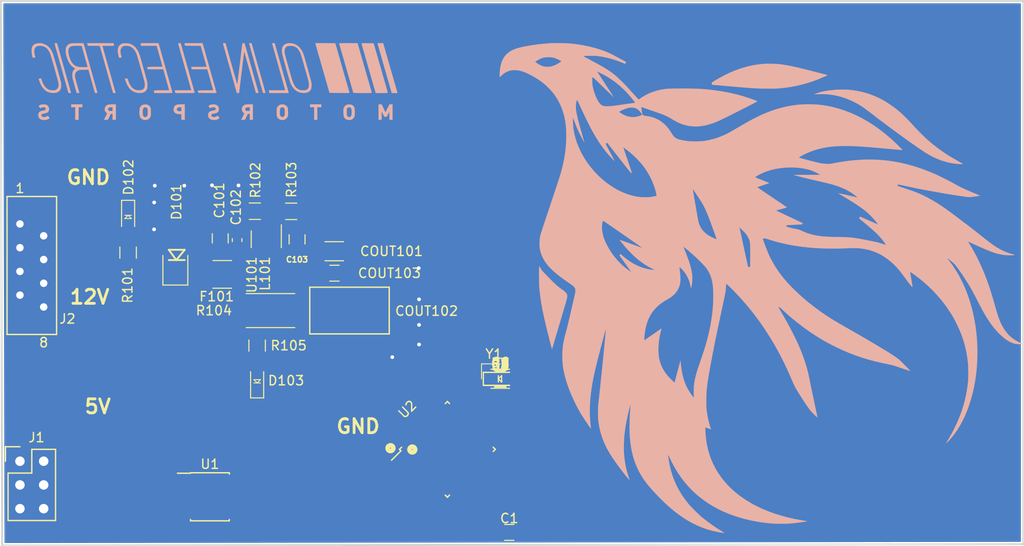
<source format=kicad_pcb>
(kicad_pcb (version 20171130) (host pcbnew 5.1.4)
  (layers (0 F.Cu signal) (31 B.Cu signal hide) (34 B.Paste user) (35 F.Paste user) (36 B.SilkS user) (37 F.SilkS user) (38 B.Mask user) (39 F.Mask user) (44 Edge.Cuts user))
  (net 0 "")
  (net 1 GND)
  (net 2 /12V)
  (net 3 VCC)
  (net 4 "Net-(C101-Pad1)")
  (net 5 "Net-(C103-Pad2)")
  (net 6 "Net-(C103-Pad1)")
  (net 7 "Net-(COUT101-Pad1)")
  (net 8 "Net-(D102-Pad2)")
  (net 9 "Net-(D103-Pad2)")
  (net 10 "Net-(R102-Pad1)")
  (net 11 "Net-(C3-Pad1)")
  (net 12 "Net-(C4-Pad1)")
  (net 13 "Net-(C5-Pad1)")
  (net 14 /POT1_MICRO)
  (net 15 "Net-(D1-Pad2)")
  (net 16 "Net-(D2-Pad2)")
  (net 17 "Net-(D3-Pad2)")
  (net 18 /MISO)
  (net 19 /SCK)
  (net 20 /MOSI)
  (net 21 /RESET)
  (net 22 /CAN_HI)
  (net 23 /CAN_LO)
  (net 24 /POT1_SENSE)
  (net 25 /PROGRAMMINGLED1)
  (net 26 /PROGRAMMINGLED2)
  (net 27 /PROGRAMMINGLED3)
  (net 28 /CAN_TX)
  (net 29 /CAN_RX)
  (net 30 "Net-(U1-Pad5)")
  (net 31 "Net-(U2-Pad3)")
  (net 32 "Net-(U2-Pad8)")
  (net 33 "Net-(U2-Pad9)")
  (net 34 "Net-(U2-Pad13)")
  (net 35 "Net-(U2-Pad14)")
  (net 36 "Net-(U2-Pad15)")
  (net 37 "Net-(U2-Pad16)")
  (net 38 "Net-(U2-Pad17)")
  (net 39 "Net-(U2-Pad18)")
  (net 40 "Net-(U2-Pad21)")
  (net 41 "Net-(U2-Pad22)")
  (net 42 "Net-(U2-Pad24)")
  (net 43 "Net-(U2-Pad25)")
  (net 44 "Net-(U2-Pad29)")
  (net 45 "Net-(U2-Pad30)")
  (net 46 "Net-(U2-Pad32)")
  (module footprints:Fuse_1812 (layer F.Cu) (at 132.8293 109.601)
    (fp_text reference COUT102 (at 10.9957 0.049) (layer F.SilkS))
    (fp_text value C_33uF hide)
    (pad 1 smd rect (at 0 0) (size 1.78 3.5) (layers F.Cu F.Paste F.Mask) (net 7 "Net-(COUT101-Pad1)"))
    (pad 2 smd rect (at 5.28 0) (size 1.78 3.5) (layers F.Cu F.Paste F.Mask) (net 1 GND))
  )
  (module footprints:C_0805_OEM (layer F.Cu) (at 129.9718 101.981 270)
    (fp_text reference C103 (at 2.159 0.0032) (layer F.SilkS) (effects (font (size 0.6 0.6))))
    (fp_text value C_0.1uF hide)
    (pad 2 smd rect (at 1 0 270) (size 1 1.25) (layers F.Cu F.Paste F.Mask) (net 5 "Net-(C103-Pad2)"))
    (pad 1 smd rect (at -1 0 270) (size 1 1.25) (layers F.Cu F.Paste F.Mask) (net 6 "Net-(C103-Pad1)"))
  )
  (module footprints:Fuse_1210 (layer F.Cu) (at 121.9708 105.7275 180)
    (fp_text reference F101 (at 0.5958 -2.3725 180) (layer F.SilkS))
    (fp_text value F_500mA_16V hide)
    (pad 2 smd rect (at 1.45 0 180) (size 0.9 2.5) (layers F.Cu F.Paste F.Mask) (net 2 /12V))
    (pad 1 smd rect (at -1.45 0 180) (size 0.9 2.5) (layers F.Cu F.Paste F.Mask) (net 4 "Net-(C101-Pad1)"))
  )
  (module footprints:L_100uH (layer F.Cu) (at 129.4767 105.66654)
    (fp_text reference L101 (at -2.9267 -0.01654 270) (layer F.SilkS))
    (fp_text value L_100uH hide)
    (pad 1 smd rect (at -1.6 0) (size 1.2 2) (layers F.Cu F.Paste F.Mask) (net 5 "Net-(C103-Pad2)"))
    (pad 2 smd rect (at 1.6 0) (size 1.2 2) (layers F.Cu F.Paste F.Mask) (net 7 "Net-(COUT101-Pad1)"))
  )
  (module footprints:R_0805_OEM (layer F.Cu) (at 129.34442 98.97872 180)
    (fp_text reference R103 (at -0.03058 3.37872 270) (layer F.SilkS))
    (fp_text value R_100K hide)
    (pad 1 smd rect (at -0.95 0 180) (size 0.7 1.3) (layers F.Cu F.Paste F.Mask) (net 7 "Net-(COUT101-Pad1)"))
    (pad 2 smd rect (at 0.95 0 180) (size 0.7 1.3) (layers F.Cu F.Paste F.Mask) (net 10 "Net-(R102-Pad1)"))
  )
  (module footprints:R_0805_OEM (layer F.Cu) (at 125.45822 98.96348 180)
    (fp_text reference R102 (at -0.06678 3.31348 270) (layer F.SilkS))
    (fp_text value R_25K hide)
    (pad 2 smd rect (at 0.95 0 180) (size 0.7 1.3) (layers F.Cu F.Paste F.Mask) (net 1 GND))
    (pad 1 smd rect (at -0.95 0 180) (size 0.7 1.3) (layers F.Cu F.Paste F.Mask) (net 10 "Net-(R102-Pad1)"))
  )
  (module footprints:R_0805_OEM (layer F.Cu) (at 125.7 113.35 270)
    (fp_text reference R105 (at 0 -3.375) (layer F.SilkS))
    (fp_text value R_200 hide)
    (pad 1 smd rect (at -0.95 0 270) (size 0.7 1.3) (layers F.Cu F.Paste F.Mask) (net 3 VCC))
    (pad 2 smd rect (at 0.95 0 270) (size 0.7 1.3) (layers F.Cu F.Paste F.Mask) (net 9 "Net-(D103-Pad2)"))
  )
  (module footprints:R_2512_OEM (layer F.Cu) (at 127.1282 109.60608 180)
    (fp_text reference R104 (at 6.0532 0.00608 180) (layer F.SilkS))
    (fp_text value R_0_2512 hide)
    (pad 1 smd rect (at -3.1 0 180) (size 1 3.2) (layers F.Cu F.Paste F.Mask) (net 7 "Net-(COUT101-Pad1)"))
    (pad 2 smd rect (at 3.1 0 180) (size 1 3.2) (layers F.Cu F.Paste F.Mask) (net 3 VCC))
  )
  (module footprints:SOT-23-6_OEM (layer F.Cu) (at 126.6776 101.9658 270)
    (fp_text reference U101 (at 3.8092 1.5526 270) (layer F.SilkS))
    (fp_text value TPS560430YF hide)
    (pad 1 smd rect (at -1.1 -0.95 270) (size 1.06 0.65) (layers F.Cu F.Paste F.Mask) (net 6 "Net-(C103-Pad1)"))
    (pad 2 smd rect (at -1.1 0 270) (size 1.06 0.65) (layers F.Cu F.Paste F.Mask) (net 1 GND))
    (pad 3 smd rect (at -1.1 0.95 270) (size 1.06 0.65) (layers F.Cu F.Paste F.Mask) (net 10 "Net-(R102-Pad1)"))
    (pad 4 smd rect (at 1.1 0.95 270) (size 1.06 0.65) (layers F.Cu F.Paste F.Mask) (net 4 "Net-(C101-Pad1)"))
    (pad 6 smd rect (at 1.1 -0.95 270) (size 1.06 0.65) (layers F.Cu F.Paste F.Mask) (net 5 "Net-(C103-Pad2)"))
    (pad 5 smd rect (at 1.1 0 270) (size 1.06 0.65) (layers F.Cu F.Paste F.Mask) (net 4 "Net-(C101-Pad1)"))
  )
  (module footprints:C_1206_OEM (layer F.Cu) (at 133.9483 103.251)
    (fp_text reference COUT101 (at 6.1267 -0.001) (layer F.SilkS))
    (fp_text value C_22uF hide)
    (pad 1 smd rect (at -1.5 0) (size 1 1.6) (layers F.Cu F.Paste F.Mask) (net 7 "Net-(COUT101-Pad1)"))
    (pad 2 smd rect (at 1.5 0) (size 1 1.6) (layers F.Cu F.Paste F.Mask) (net 1 GND))
  )
  (module footprints:C_0805_OEM (layer F.Cu) (at 133.9723 105.6005)
    (fp_text reference COUT103 (at 5.8777 -0.0005) (layer F.SilkS))
    (fp_text value C_47uF hide)
    (pad 1 smd rect (at -1 0) (size 1 1.25) (layers F.Cu F.Paste F.Mask) (net 7 "Net-(COUT101-Pad1)"))
    (pad 2 smd rect (at 1 0) (size 1 1.25) (layers F.Cu F.Paste F.Mask) (net 1 GND))
  )
  (module footprints:DO-214AA (layer F.Cu) (at 116.9543 103.6955 90)
    (fp_text reference D101 (at 5.7205 0.1207 270) (layer F.SilkS))
    (fp_text value D_Zener_18V hide)
    (pad 2 smd rect (at 2.032 0 270) (size 1.778 2.159) (layers F.Cu F.Paste F.Mask) (net 1 GND))
    (pad 1 smd rect (at -2.032 0 270) (size 1.778 2.159) (layers F.Cu F.Paste F.Mask) (net 2 /12V))
  )
  (module footprints:LED_0805_OEM (layer F.Cu) (at 125.7 117.15 90)
    (fp_text reference D103 (at 0.05 3.1 180) (layer F.SilkS))
    (fp_text value LED_0805 hide)
    (pad 2 smd rect (at 1.1 0 270) (size 1.2 1.2) (layers F.Cu F.Paste F.Mask) (net 9 "Net-(D103-Pad2)"))
    (pad 1 smd rect (at -1.1 0 270) (size 1.2 1.2) (layers F.Cu F.Paste F.Mask) (net 1 GND))
  )
  (module footprints:Logo_Large (layer B.Cu) (at 121.158 85.09 180)
    (fp_text reference G*** hide)
    (fp_text value LOGO hide)
  )
  (module footprints:LED_0805_OEM (layer F.Cu) (at 111.9 99.6 270)
    (fp_text reference D102 (at -4.275 -0.05 90) (layer F.SilkS))
    (fp_text value LED_0805 hide)
    (pad 2 smd rect (at 1.1 0 90) (size 1.2 1.2) (layers F.Cu F.Paste F.Mask) (net 8 "Net-(D102-Pad2)"))
    (pad 1 smd rect (at -1.1 0 90) (size 1.2 1.2) (layers F.Cu F.Paste F.Mask) (net 1 GND))
  )
  (module footprints:R_0805_OEM (layer F.Cu) (at 111.9 103.4 90)
    (fp_text reference R101 (at -3.5 -0.05 270) (layer F.SilkS))
    (fp_text value R_200 hide)
    (pad 1 smd rect (at -0.95 0 90) (size 0.7 1.3) (layers F.Cu F.Paste F.Mask) (net 4 "Net-(C101-Pad1)"))
    (pad 2 smd rect (at 0.95 0 90) (size 0.7 1.3) (layers F.Cu F.Paste F.Mask) (net 8 "Net-(D102-Pad2)"))
  )
  (module footprints:phoenix (layer B.Cu) (at 179.578 107.188 180)
    (fp_text reference G*** hide)
    (fp_text value LOGO hide)
  )
  (module footprints:C_0805_OEM (layer F.Cu) (at 121.75236 101.87 90)
    (fp_text reference C101 (at 4.064 -0.08636 90) (layer F.SilkS))
    (fp_text value C_0.1uF hide)
    (pad 2 smd rect (at 1 0 90) (size 1 1.25) (layers F.Cu F.Paste F.Mask) (net 1 GND))
    (pad 1 smd rect (at -1 0 90) (size 1 1.25) (layers F.Cu F.Paste F.Mask) (net 4 "Net-(C101-Pad1)"))
  )
  (module footprints:C_0603_1608Metric (layer F.Cu) (at 123.5583 102.0605 90)
    (fp_text reference C102 (at 3.5085 -0.1143 90) (layer F.SilkS))
    (fp_text value C_2.2uF)
    (pad 1 smd roundrect (at -0.7875 0 90) (size 0.875 0.95) (layers F.Cu F.Paste F.Mask) (net 4 "Net-(C101-Pad1)"))
    (pad 2 smd roundrect (at 0.7875 0 90) (size 0.875 0.95) (layers F.Cu F.Paste F.Mask) (net 1 GND))
  )
  (module footprints:C_0805_OEM (layer F.Cu) (at 152.67 133.35)
    (fp_text reference C1 (at 0 -1.5) (layer F.SilkS))
    (fp_text value C_0.1uF hide)
    (pad 1 smd rect (at -1 0) (size 1 1.25) (layers F.Cu F.Paste F.Mask) (net 3 VCC))
    (pad 2 smd rect (at 1 0) (size 1 1.25) (layers F.Cu F.Paste F.Mask) (net 1 GND))
  )
  (module footprints:C_0805_OEM (layer F.Cu) (at 151.7015 116.907001)
    (fp_text reference C2 (at 0 -1.5) (layer F.SilkS))
    (fp_text value C_0.1uF hide)
    (pad 2 smd rect (at 1 0) (size 1 1.25) (layers F.Cu F.Paste F.Mask) (net 1 GND))
    (pad 1 smd rect (at -1 0) (size 1 1.25) (layers F.Cu F.Paste F.Mask) (net 3 VCC))
  )
  (module footprints:C_0805_OEM (layer F.Cu) (at 151.7015 116.907001)
    (fp_text reference C3 (at 0 -1.5) (layer F.SilkS))
    (fp_text value C_100pF hide)
    (pad 1 smd rect (at -1 0) (size 1 1.25) (layers F.Cu F.Paste F.Mask) (net 11 "Net-(C3-Pad1)"))
    (pad 2 smd rect (at 1 0) (size 1 1.25) (layers F.Cu F.Paste F.Mask) (net 1 GND))
  )
  (module footprints:C_0805_OEM (layer F.Cu) (at 151.7015 116.907001)
    (fp_text reference C4 (at 0 -1.5) (layer F.SilkS))
    (fp_text value C_30pF hide)
    (pad 2 smd rect (at 1 0) (size 1 1.25) (layers F.Cu F.Paste F.Mask) (net 1 GND))
    (pad 1 smd rect (at -1 0) (size 1 1.25) (layers F.Cu F.Paste F.Mask) (net 12 "Net-(C4-Pad1)"))
  )
  (module footprints:C_0805_OEM (layer F.Cu) (at 151.7015 116.907001)
    (fp_text reference C5 (at 0 -1.5) (layer F.SilkS))
    (fp_text value C_30pF hide)
    (pad 1 smd rect (at -1 0) (size 1 1.25) (layers F.Cu F.Paste F.Mask) (net 13 "Net-(C5-Pad1)"))
    (pad 2 smd rect (at 1 0) (size 1 1.25) (layers F.Cu F.Paste F.Mask) (net 1 GND))
  )
  (module footprints:C_1206_OEM (layer F.Cu) (at 151.7015 116.907001)
    (fp_text reference C6 (at 0 -1.75) (layer F.SilkS))
    (fp_text value C_22uF hide)
    (pad 1 smd rect (at -1.5 0) (size 1 1.6) (layers F.Cu F.Paste F.Mask) (net 14 /POT1_MICRO))
    (pad 2 smd rect (at 1.5 0) (size 1 1.6) (layers F.Cu F.Paste F.Mask) (net 1 GND))
  )
  (module footprints:LED_0805_OEM (layer F.Cu) (at 151.7015 116.907001)
    (fp_text reference D1 (at 0 -1.45) (layer F.SilkS))
    (fp_text value LED_0805 hide)
    (pad 1 smd rect (at -1.1 0 180) (size 1.2 1.2) (layers F.Cu F.Paste F.Mask) (net 1 GND))
    (pad 2 smd rect (at 1.1 0 180) (size 1.2 1.2) (layers F.Cu F.Paste F.Mask) (net 15 "Net-(D1-Pad2)"))
  )
  (module footprints:LED_0805_OEM (layer F.Cu) (at 151.7015 116.907001)
    (fp_text reference D2 (at 0 -1.45) (layer F.SilkS))
    (fp_text value LED_0805 hide)
    (pad 2 smd rect (at 1.1 0 180) (size 1.2 1.2) (layers F.Cu F.Paste F.Mask) (net 16 "Net-(D2-Pad2)"))
    (pad 1 smd rect (at -1.1 0 180) (size 1.2 1.2) (layers F.Cu F.Paste F.Mask) (net 1 GND))
  )
  (module footprints:LED_0805_OEM (layer F.Cu) (at 151.7015 116.907001)
    (fp_text reference D3 (at 0 -1.45) (layer F.SilkS))
    (fp_text value LED_0805 hide)
    (pad 2 smd rect (at 1.1 0 180) (size 1.2 1.2) (layers F.Cu F.Paste F.Mask) (net 17 "Net-(D3-Pad2)"))
    (pad 1 smd rect (at -1.1 0 180) (size 1.2 1.2) (layers F.Cu F.Paste F.Mask) (net 1 GND))
  )
  (module footprints:Pin_Header_Straight_2x03 (layer F.Cu) (at 100.33 125.73)
    (fp_text reference J1 (at 1.778 -2.54) (layer F.SilkS))
    (fp_text value CONN_02X03 hide)
    (pad 1 thru_hole rect (at 0 0) (size 1.4 1.4) (drill 1.016) (layers *.Cu *.Mask) (net 18 /MISO))
    (pad 2 thru_hole circle (at 2.54 0) (size 1.4 1.4) (drill 1.016) (layers *.Cu *.Mask) (net 3 VCC))
    (pad 3 thru_hole circle (at 0 2.54) (size 1.4 1.4) (drill 1.016) (layers *.Cu *.Mask) (net 19 /SCK))
    (pad 4 thru_hole circle (at 2.54 2.54) (size 1.4 1.4) (drill 1.016) (layers *.Cu *.Mask) (net 20 /MOSI))
    (pad 5 thru_hole circle (at 0 5.08) (size 1.4 1.4) (drill 1.016) (layers *.Cu *.Mask) (net 21 /RESET))
    (pad 6 thru_hole circle (at 2.54 5.08) (size 1.4 1.4) (drill 1.016) (layers *.Cu *.Mask) (net 1 GND))
  )
  (module footprints:micromatch_female_ra_8 (layer F.Cu) (at 100.33 105.41)
    (fp_text reference J2 (at 5.08 5.08) (layer F.SilkS))
    (fp_text value MM_F_RA_08 hide)
    (fp_text user 8 (at 2.54 7.62) (layer F.SilkS))
    (fp_text user 1 (at 0 -8.89) (layer F.SilkS))
    (pad 5 thru_hole circle (at 0 0) (size 1.3 1.3) (drill 0.8) (layers *.Cu *.Mask) (net 3 VCC))
    (pad 3 thru_hole circle (at 0 -2.54) (size 1.3 1.3) (drill 0.8) (layers *.Cu *.Mask) (net 22 /CAN_HI))
    (pad 1 thru_hole circle (at 0 -5.08) (size 1.3 1.3) (drill 0.8) (layers *.Cu *.Mask) (net 1 GND))
    (pad 7 thru_hole circle (at 0 2.54) (size 1.3 1.3) (drill 0.8) (layers *.Cu *.Mask) (net 1 GND))
    (pad 2 thru_hole circle (at 2.54 -3.81) (size 1.3 1.3) (drill 0.8) (layers *.Cu *.Mask) (net 2 /12V))
    (pad 4 thru_hole circle (at 2.54 -1.27) (size 1.3 1.3) (drill 0.8) (layers *.Cu *.Mask) (net 23 /CAN_LO))
    (pad 6 thru_hole circle (at 2.54 1.27) (size 1.3 1.3) (drill 0.8) (layers *.Cu *.Mask) (net 24 /POT1_SENSE))
    (pad 8 thru_hole circle (at 2.54 3.81) (size 1.3 1.3) (drill 0.8) (layers *.Cu *.Mask) (net 1 GND))
  )
  (module footprints:R_0805_OEM (layer F.Cu) (at 151.7015 116.907001)
    (fp_text reference R1 (at 0 -1.65) (layer F.SilkS))
    (fp_text value R_100 hide)
    (pad 2 smd rect (at 0.95 0) (size 0.7 1.3) (layers F.Cu F.Paste F.Mask) (net 11 "Net-(C3-Pad1)"))
    (pad 1 smd rect (at -0.95 0) (size 0.7 1.3) (layers F.Cu F.Paste F.Mask) (net 3 VCC))
  )
  (module footprints:R_0805_OEM (layer F.Cu) (at 151.7015 116.907001)
    (fp_text reference R2 (at 0 -1.65) (layer F.SilkS))
    (fp_text value R_120_DNP hide)
    (pad 1 smd rect (at -0.95 0) (size 0.7 1.3) (layers F.Cu F.Paste F.Mask) (net 22 /CAN_HI))
    (pad 2 smd rect (at 0.95 0) (size 0.7 1.3) (layers F.Cu F.Paste F.Mask) (net 23 /CAN_LO))
  )
  (module footprints:R_0805_OEM (layer F.Cu) (at 151.7015 116.907001)
    (fp_text reference R3 (at 0 -1.65) (layer F.SilkS))
    (fp_text value R_10K hide)
    (pad 1 smd rect (at -0.95 0) (size 0.7 1.3) (layers F.Cu F.Paste F.Mask) (net 3 VCC))
    (pad 2 smd rect (at 0.95 0) (size 0.7 1.3) (layers F.Cu F.Paste F.Mask) (net 21 /RESET))
  )
  (module footprints:R_0805_OEM (layer F.Cu) (at 151.7015 116.907001)
    (fp_text reference R4 (at 0 -1.65) (layer F.SilkS))
    (fp_text value R_1K_0.1 hide)
    (pad 2 smd rect (at 0.95 0) (size 0.7 1.3) (layers F.Cu F.Paste F.Mask) (net 14 /POT1_MICRO))
    (pad 1 smd rect (at -0.95 0) (size 0.7 1.3) (layers F.Cu F.Paste F.Mask) (net 24 /POT1_SENSE))
  )
  (module footprints:R_0805_OEM (layer F.Cu) (at 151.7015 116.907001)
    (fp_text reference R6 (at 0 -1.65) (layer F.SilkS))
    (fp_text value R_200 hide)
    (pad 1 smd rect (at -0.95 0) (size 0.7 1.3) (layers F.Cu F.Paste F.Mask) (net 25 /PROGRAMMINGLED1))
    (pad 2 smd rect (at 0.95 0) (size 0.7 1.3) (layers F.Cu F.Paste F.Mask) (net 15 "Net-(D1-Pad2)"))
  )
  (module footprints:R_0805_OEM (layer F.Cu) (at 151.7015 116.907001)
    (fp_text reference R7 (at 0 -1.65) (layer F.SilkS))
    (fp_text value R_200 hide)
    (pad 1 smd rect (at -0.95 0) (size 0.7 1.3) (layers F.Cu F.Paste F.Mask) (net 26 /PROGRAMMINGLED2))
    (pad 2 smd rect (at 0.95 0) (size 0.7 1.3) (layers F.Cu F.Paste F.Mask) (net 16 "Net-(D2-Pad2)"))
  )
  (module footprints:R_0805_OEM (layer F.Cu) (at 151.7015 116.907001)
    (fp_text reference R8 (at 0 -1.65) (layer F.SilkS))
    (fp_text value R_200 hide)
    (pad 2 smd rect (at 0.95 0) (size 0.7 1.3) (layers F.Cu F.Paste F.Mask) (net 17 "Net-(D3-Pad2)"))
    (pad 1 smd rect (at -0.95 0) (size 0.7 1.3) (layers F.Cu F.Paste F.Mask) (net 27 /PROGRAMMINGLED3))
  )
  (module footprints:SOIC-8_3.9x4.9mm_Pitch1.27mm_OEM (layer F.Cu) (at 120.65 129.54)
    (fp_text reference U1 (at 0 -3.5) (layer F.SilkS))
    (fp_text value MCP2561-E_SN hide)
    (pad 1 smd rect (at -2.7 -1.905) (size 1.55 0.6) (layers F.Cu F.Paste F.Mask) (net 28 /CAN_TX))
    (pad 2 smd rect (at -2.7 -0.635) (size 1.55 0.6) (layers F.Cu F.Paste F.Mask) (net 1 GND))
    (pad 3 smd rect (at -2.7 0.635) (size 1.55 0.6) (layers F.Cu F.Paste F.Mask) (net 3 VCC))
    (pad 4 smd rect (at -2.7 1.905) (size 1.55 0.6) (layers F.Cu F.Paste F.Mask) (net 29 /CAN_RX))
    (pad 5 smd rect (at 2.7 1.905) (size 1.55 0.6) (layers F.Cu F.Paste F.Mask) (net 30 "Net-(U1-Pad5)"))
    (pad 6 smd rect (at 2.7 0.635) (size 1.55 0.6) (layers F.Cu F.Paste F.Mask) (net 23 /CAN_LO))
    (pad 7 smd rect (at 2.7 -0.635) (size 1.55 0.6) (layers F.Cu F.Paste F.Mask) (net 22 /CAN_HI))
    (pad 8 smd rect (at 2.7 -1.905) (size 1.55 0.6) (layers F.Cu F.Paste F.Mask) (net 1 GND))
  )
  (module footprints:TQFP-32_7x7mm_Pitch0.8mm (layer F.Cu) (at 146.05 124.46 45)
    (fp_text reference U2 (at 0 -6.05 45) (layer F.SilkS))
    (fp_text value ATMEGA16M1 hide)
    (pad 1 smd rect (at -4.25 -2.8 45) (size 1.6 0.55) (layers F.Cu F.Paste F.Mask) (net 18 /MISO))
    (pad 2 smd rect (at -4.25 -2 45) (size 1.6 0.55) (layers F.Cu F.Paste F.Mask) (net 20 /MOSI))
    (pad 3 smd rect (at -4.25 -1.2 45) (size 1.6 0.55) (layers F.Cu F.Paste F.Mask) (net 31 "Net-(U2-Pad3)"))
    (pad 4 smd rect (at -4.25 -0.4 45) (size 1.6 0.55) (layers F.Cu F.Paste F.Mask) (net 3 VCC))
    (pad 5 smd rect (at -4.25 0.4 45) (size 1.6 0.55) (layers F.Cu F.Paste F.Mask) (net 1 GND))
    (pad 6 smd rect (at -4.25 1.2 45) (size 1.6 0.55) (layers F.Cu F.Paste F.Mask) (net 28 /CAN_TX))
    (pad 7 smd rect (at -4.25 2 45) (size 1.6 0.55) (layers F.Cu F.Paste F.Mask) (net 29 /CAN_RX))
    (pad 8 smd rect (at -4.25 2.8 45) (size 1.6 0.55) (layers F.Cu F.Paste F.Mask) (net 32 "Net-(U2-Pad8)"))
    (pad 9 smd rect (at -2.8 4.25 135) (size 1.6 0.55) (layers F.Cu F.Paste F.Mask) (net 33 "Net-(U2-Pad9)"))
    (pad 10 smd rect (at -2 4.25 135) (size 1.6 0.55) (layers F.Cu F.Paste F.Mask) (net 13 "Net-(C5-Pad1)"))
    (pad 11 smd rect (at -1.2 4.25 135) (size 1.6 0.55) (layers F.Cu F.Paste F.Mask) (net 12 "Net-(C4-Pad1)"))
    (pad 12 smd rect (at -0.4 4.25 135) (size 1.6 0.55) (layers F.Cu F.Paste F.Mask) (net 19 /SCK))
    (pad 13 smd rect (at 0.4 4.25 135) (size 1.6 0.55) (layers F.Cu F.Paste F.Mask) (net 34 "Net-(U2-Pad13)"))
    (pad 14 smd rect (at 1.2 4.25 135) (size 1.6 0.55) (layers F.Cu F.Paste F.Mask) (net 35 "Net-(U2-Pad14)"))
    (pad 15 smd rect (at 2 4.25 135) (size 1.6 0.55) (layers F.Cu F.Paste F.Mask) (net 36 "Net-(U2-Pad15)"))
    (pad 16 smd rect (at 2.8 4.25 135) (size 1.6 0.55) (layers F.Cu F.Paste F.Mask) (net 37 "Net-(U2-Pad16)"))
    (pad 17 smd rect (at 4.25 2.8 45) (size 1.6 0.55) (layers F.Cu F.Paste F.Mask) (net 38 "Net-(U2-Pad17)"))
    (pad 18 smd rect (at 4.25 2 45) (size 1.6 0.55) (layers F.Cu F.Paste F.Mask) (net 39 "Net-(U2-Pad18)"))
    (pad 19 smd rect (at 4.25 1.2 45) (size 1.6 0.55) (layers F.Cu F.Paste F.Mask) (net 11 "Net-(C3-Pad1)"))
    (pad 20 smd rect (at 4.25 0.4 45) (size 1.6 0.55) (layers F.Cu F.Paste F.Mask) (net 1 GND))
    (pad 21 smd rect (at 4.25 -0.4 45) (size 1.6 0.55) (layers F.Cu F.Paste F.Mask) (net 40 "Net-(U2-Pad21)"))
    (pad 22 smd rect (at 4.25 -1.2 45) (size 1.6 0.55) (layers F.Cu F.Paste F.Mask) (net 41 "Net-(U2-Pad22)"))
    (pad 23 smd rect (at 4.25 -2 45) (size 1.6 0.55) (layers F.Cu F.Paste F.Mask) (net 14 /POT1_MICRO))
    (pad 24 smd rect (at 4.25 -2.8 45) (size 1.6 0.55) (layers F.Cu F.Paste F.Mask) (net 42 "Net-(U2-Pad24)"))
    (pad 25 smd rect (at 2.8 -4.25 135) (size 1.6 0.55) (layers F.Cu F.Paste F.Mask) (net 43 "Net-(U2-Pad25)"))
    (pad 26 smd rect (at 2 -4.25 135) (size 1.6 0.55) (layers F.Cu F.Paste F.Mask) (net 25 /PROGRAMMINGLED1))
    (pad 27 smd rect (at 1.2 -4.25 135) (size 1.6 0.55) (layers F.Cu F.Paste F.Mask) (net 26 /PROGRAMMINGLED2))
    (pad 28 smd rect (at 0.4 -4.25 135) (size 1.6 0.55) (layers F.Cu F.Paste F.Mask) (net 27 /PROGRAMMINGLED3))
    (pad 29 smd rect (at -0.4 -4.25 135) (size 1.6 0.55) (layers F.Cu F.Paste F.Mask) (net 44 "Net-(U2-Pad29)"))
    (pad 30 smd rect (at -1.2 -4.25 135) (size 1.6 0.55) (layers F.Cu F.Paste F.Mask) (net 45 "Net-(U2-Pad30)"))
    (pad 31 smd rect (at -2 -4.25 135) (size 1.6 0.55) (layers F.Cu F.Paste F.Mask) (net 21 /RESET))
    (pad 32 smd rect (at -2.8 -4.25 135) (size 1.6 0.55) (layers F.Cu F.Paste F.Mask) (net 46 "Net-(U2-Pad32)"))
  )
  (module footprints:Crystal_SMD_FA238 (layer F.Cu) (at 151.7015 116.907001)
    (fp_text reference Y1 (at -0.67564 -2.66192) (layer F.SilkS))
    (fp_text value Crystal_SMD hide)
    (pad 1 smd rect (at -1.1 0.8) (size 1.4 1.2) (layers F.Cu F.Mask) (net 12 "Net-(C4-Pad1)"))
    (pad 2 smd rect (at 1.1 0.8) (size 1.4 1.2) (layers F.Cu F.Mask) (net 1 GND))
    (pad 3 smd rect (at 1.1 -0.8) (size 1.4 1.2) (layers F.Cu F.Mask) (net 13 "Net-(C5-Pad1)"))
    (pad 4 smd rect (at -1.1 -0.8) (size 1.4 1.2) (layers F.Cu F.Mask) (net 1 GND))
  )
  (gr_line (start 98.425 134.747) (end 98.298 76.454) (layer Edge.Cuts) (width 0.2))
  (gr_line (start 207.645 134.62) (end 98.425 134.747) (layer Edge.Cuts) (width 0.2))
  (gr_line (start 207.645 76.454) (end 207.645 134.62) (layer Edge.Cuts) (width 0.2))
  (gr_line (start 98.298 76.454) (end 207.645 76.454) (layer Edge.Cuts) (width 0.2))
  (gr_text GND (at 107.65282 95.3389) (layer F.SilkS) (effects (font (size 1.5 1.5) (thickness 0.3))))
  (gr_text 5V (at 108.65 119.875) (layer F.SilkS) (effects (font (size 1.5 1.5) (thickness 0.3))))
  (gr_text GND (at 136.5 122) (layer F.SilkS) (effects (font (size 1.5 1.5) (thickness 0.3))))
  (gr_text 12V (at 107.78998 108.14812) (layer F.SilkS) (effects (font (size 1.5 1.5) (thickness 0.3))))
  (via (at 143.01978 108.39958) (size 0.8) (drill 0.4) (layers F.Cu B.Cu) (net 1))
  (segment (start 143.01978 113.23574) (end 143.12138 113.33734) (width 0.25) (layer F.Cu) (net 1))
  (segment (start 142.98422 105.06456) (end 142.98422 108.36402) (width 0.25) (layer B.Cu) (net 1))
  (segment (start 142.98422 108.36402) (end 143.01978 108.39958) (width 0.25) (layer B.Cu) (net 1))
  (via (at 142.98422 105.06456) (size 0.8) (drill 0.4) (layers F.Cu B.Cu) (net 1))
  (via (at 143.01978 113.23574) (size 0.8) (drill 0.4) (layers F.Cu B.Cu) (net 1))
  (segment (start 143.01978 112.670055) (end 143.02232 112.667515) (width 0.25) (layer B.Cu) (net 1))
  (segment (start 143.01978 113.23574) (end 143.01978 112.670055) (width 0.25) (layer B.Cu) (net 1))
  (via (at 143.01978 111.13516) (size 0.8) (drill 0.4) (layers F.Cu B.Cu) (net 1))
  (segment (start 143.02232 111.1377) (end 143.01978 111.13516) (width 0.25) (layer B.Cu) (net 1))
  (segment (start 143.02232 112.667515) (end 143.02232 111.1377) (width 0.25) (layer B.Cu) (net 1))
  (via (at 123.70562 96.20504) (size 0.8) (drill 0.4) (layers F.Cu B.Cu) (net 1))
  (via (at 120.87606 96.19234) (size 0.8) (drill 0.4) (layers F.Cu B.Cu) (net 1))
  (segment (start 123.70562 96.20504) (end 120.88876 96.20504) (width 0.381) (layer B.Cu) (net 1))
  (segment (start 120.88876 96.20504) (end 120.87606 96.19234) (width 0.381) (layer B.Cu) (net 1))
  (via (at 117.9068 96.23044) (size 0.8) (drill 0.4) (layers F.Cu B.Cu) (net 1))
  (segment (start 117.9449 96.19234) (end 117.9068 96.23044) (width 0.381) (layer F.Cu) (net 1))
  (segment (start 117.9068 96.23044) (end 117.341115 96.23044) (width 0.381) (layer B.Cu) (net 1))
  (via (at 114.75212 96.23044) (size 0.8) (drill 0.4) (layers F.Cu B.Cu) (net 1))
  (segment (start 117.341115 96.23044) (end 114.75212 96.23044) (width 0.381) (layer B.Cu) (net 1))
  (via (at 114.68862 98.02876) (size 0.8) (drill 0.4) (layers F.Cu B.Cu) (net 1))
  (segment (start 114.75212 97.96526) (end 114.68862 98.02876) (width 0.381) (layer F.Cu) (net 1))
  (via (at 114.67592 100.90912) (size 0.8) (drill 0.4) (layers F.Cu B.Cu) (net 1))
  (segment (start 114.68862 98.02876) (end 114.68862 100.89642) (width 0.381) (layer B.Cu) (net 1))
  (segment (start 114.68862 100.89642) (end 114.67592 100.90912) (width 0.381) (layer B.Cu) (net 1))
  (segment (start 116.19992 100.90912) (end 116.9543 101.6635) (width 0.381) (layer F.Cu) (net 1))
  (via (at 140.15466 114.58956) (size 0.8) (drill 0.4) (layers F.Cu B.Cu) (net 1))
  (segment (start 139.34948 114.58956) (end 140.15466 114.58956) (width 0.25) (layer B.Cu) (net 1))
  (segment (start 132.0292 121.90984) (end 139.34948 114.58956) (width 0.25) (layer B.Cu) (net 1))
  (segment (start 116.7638 101.6635) (end 116.9543 101.6635) (width 0.1524) (layer F.Cu) (net 1))
  (segment (start 128.36936 118.25) (end 132.0292 121.90984) (width 0.254) (layer F.Cu) (net 1))
  (segment (start 125.7 118.25) (end 128.36936 118.25) (width 0.254) (layer F.Cu) (net 1))
  (segment (start 141.81836 109.601) (end 143.01978 108.39958) (width 0.254) (layer F.Cu) (net 1))
  (segment (start 138.1093 109.601) (end 141.81836 109.601) (width 0.254) (layer F.Cu) (net 1))
  (segment (start 123.25512 101.36368) (end 123.5583 101.0605) (width 0.254) (layer F.Cu) (net 1))
  (segment (start 121.75236 101.36368) (end 123.25512 101.36368) (width 0.254) (layer F.Cu) (net 1))
  (segment (start 123.6833 101.0605) (end 123.5583 101.0605) (width 0.254) (layer F.Cu) (net 1))
  (segment (start 124.50822 100.23558) (end 123.6833 101.0605) (width 0.254) (layer F.Cu) (net 1))
  (segment (start 124.50822 98.96348) (end 124.50822 100.23558) (width 0.254) (layer F.Cu) (net 1))
  (segment (start 124.50822 97.00764) (end 123.70562 96.20504) (width 0.254) (layer F.Cu) (net 1))
  (segment (start 124.50822 98.96348) (end 124.50822 97.00764) (width 0.254) (layer F.Cu) (net 1))
  (segment (start 114.21738 98.5) (end 114.68862 98.02876) (width 0.254) (layer F.Cu) (net 1))
  (segment (start 111.9 98.5) (end 114.21738 98.5) (width 0.254) (layer F.Cu) (net 1))
  (segment (start 135.4483 105.1245) (end 134.9723 105.6005) (width 0.254) (layer F.Cu) (net 1))
  (segment (start 135.4483 103.251) (end 135.4483 105.1245) (width 0.254) (layer F.Cu) (net 1))
  (segment (start 138.1093 108.8625) (end 138.1093 109.601) (width 0.254) (layer F.Cu) (net 1))
  (segment (start 134.9723 105.7255) (end 138.1093 108.8625) (width 0.254) (layer F.Cu) (net 1))
  (segment (start 134.9723 105.6005) (end 134.9723 105.7255) (width 0.254) (layer F.Cu) (net 1))
  (segment (start 126.6776 101.6498) (end 126.6776 100.8658) (width 0.254) (layer F.Cu) (net 1))
  (segment (start 126.652199 101.675201) (end 126.6776 101.6498) (width 0.254) (layer F.Cu) (net 1))
  (segment (start 125.052001 101.675201) (end 126.652199 101.675201) (width 0.254) (layer F.Cu) (net 1))
  (segment (start 124.4373 101.0605) (end 125.052001 101.675201) (width 0.254) (layer F.Cu) (net 1))
  (segment (start 123.5583 101.0605) (end 124.4373 101.0605) (width 0.254) (layer F.Cu) (net 1))
  (segment (start 115.4303 101.6635) (end 114.67592 100.90912) (width 0.254) (layer F.Cu) (net 1))
  (segment (start 116.9543 101.6635) (end 115.4303 101.6635) (width 0.254) (layer F.Cu) (net 1))
  (segment (start 116.90666 105.77514) (end 116.9543 105.7275) (width 0.381) (layer F.Cu) (net 2))
  (segment (start 116.78666 105.89514) (end 116.9543 105.7275) (width 0.381) (layer F.Cu) (net 2))
  (segment (start 107.7341 105.89514) (end 116.78666 105.89514) (width 0.381) (layer F.Cu) (net 2))
  (segment (start 116.9543 105.7275) (end 120.5208 105.7275) (width 0.381) (layer F.Cu) (net 2))
  (segment (start 123.1472 109.60608) (end 115.22828 117.525) (width 0.381) (layer F.Cu) (net 3))
  (segment (start 124.0282 109.60608) (end 123.1472 109.60608) (width 0.381) (layer F.Cu) (net 3))
  (segment (start 115.22828 117.525) (end 108.55 117.525) (width 0.381) (layer F.Cu) (net 3))
  (segment (start 125.7 110.52388) (end 125.7 111.796) (width 0.254) (layer F.Cu) (net 3))
  (segment (start 124.7822 109.60608) (end 125.7 110.52388) (width 0.254) (layer F.Cu) (net 3))
  (segment (start 125.7 111.796) (end 125.7 112.4) (width 0.254) (layer F.Cu) (net 3))
  (segment (start 124.0282 109.60608) (end 124.7822 109.60608) (width 0.254) (layer F.Cu) (net 3))
  (segment (start 125.7276 103.0658) (end 126.6776 103.0658) (width 0.381) (layer F.Cu) (net 4))
  (segment (start 123.43648 102.93868) (end 123.5583 103.0605) (width 0.254) (layer F.Cu) (net 4))
  (segment (start 121.75236 102.93868) (end 123.43648 102.93868) (width 0.254) (layer F.Cu) (net 4))
  (segment (start 125.7223 103.0605) (end 125.7276 103.0658) (width 0.254) (layer F.Cu) (net 4))
  (segment (start 123.5583 103.0605) (end 125.7223 103.0605) (width 0.254) (layer F.Cu) (net 4))
  (segment (start 123.4208 103.198) (end 123.5583 103.0605) (width 0.254) (layer F.Cu) (net 4))
  (segment (start 123.4208 105.7275) (end 123.4208 103.198) (width 0.254) (layer F.Cu) (net 4))
  (segment (start 111.9 104.35) (end 112.2 104.35) (width 0.254) (layer F.Cu) (net 4))
  (segment (start 121.17736 102.93868) (end 121.75236 102.93868) (width 0.254) (layer F.Cu) (net 4))
  (segment (start 112.2 104.35) (end 113.61132 102.93868) (width 0.254) (layer F.Cu) (net 4))
  (segment (start 113.61132 102.93868) (end 121.17736 102.93868) (width 0.254) (layer F.Cu) (net 4))
  (segment (start 127.6276 105.41744) (end 127.8767 105.66654) (width 0.25) (layer F.Cu) (net 5))
  (segment (start 129.887 103.0658) (end 129.9718 102.981) (width 0.254) (layer F.Cu) (net 5))
  (segment (start 127.6276 103.0658) (end 129.887 103.0658) (width 0.254) (layer F.Cu) (net 5))
  (segment (start 127.8767 105.66654) (end 127.8767 103.3149) (width 0.254) (layer F.Cu) (net 5))
  (segment (start 127.8767 103.3149) (end 127.6276 103.0658) (width 0.254) (layer F.Cu) (net 5))
  (segment (start 129.8566 100.8658) (end 129.9718 100.981) (width 0.254) (layer F.Cu) (net 6))
  (segment (start 127.6276 100.8658) (end 129.8566 100.8658) (width 0.254) (layer F.Cu) (net 6))
  (segment (start 130.29442 98.97872) (end 130.29442 98.67872) (width 0.25) (layer F.Cu) (net 7))
  (segment (start 130.23328 109.601) (end 130.2282 109.60608) (width 0.25) (layer F.Cu) (net 7))
  (segment (start 132.88264 105.66654) (end 132.97154 105.57764) (width 0.25) (layer F.Cu) (net 7))
  (segment (start 132.97154 109.45876) (end 132.8293 109.601) (width 0.25) (layer F.Cu) (net 7))
  (segment (start 132.82422 109.60608) (end 132.8293 109.601) (width 0.254) (layer F.Cu) (net 7))
  (segment (start 130.2282 109.60608) (end 132.82422 109.60608) (width 0.254) (layer F.Cu) (net 7))
  (segment (start 132.9723 109.458) (end 132.8293 109.601) (width 0.254) (layer F.Cu) (net 7))
  (segment (start 132.9723 105.6005) (end 132.9723 109.458) (width 0.254) (layer F.Cu) (net 7))
  (segment (start 132.90626 105.66654) (end 132.9723 105.6005) (width 0.254) (layer F.Cu) (net 7))
  (segment (start 131.0767 105.66654) (end 132.90626 105.66654) (width 0.254) (layer F.Cu) (net 7))
  (segment (start 132.4483 105.0765) (end 132.9723 105.6005) (width 0.254) (layer F.Cu) (net 7))
  (segment (start 132.4483 103.251) (end 132.4483 105.0765) (width 0.254) (layer F.Cu) (net 7))
  (segment (start 130.89842 98.97872) (end 130.29442 98.97872) (width 0.254) (layer F.Cu) (net 7))
  (segment (start 132.4483 100.5286) (end 130.89842 98.97872) (width 0.254) (layer F.Cu) (net 7))
  (segment (start 132.4483 103.251) (end 132.4483 100.5286) (width 0.254) (layer F.Cu) (net 7))
  (segment (start 111.9 100.7) (end 111.9 102.45) (width 0.254) (layer F.Cu) (net 8))
  (segment (start 125.7 114.3) (end 125.7 116.05) (width 0.254) (layer F.Cu) (net 9))
  (segment (start 128.37918 98.96348) (end 128.39442 98.97872) (width 0.254) (layer F.Cu) (net 10))
  (segment (start 126.40822 98.96348) (end 128.37918 98.96348) (width 0.254) (layer F.Cu) (net 10))
  (segment (start 125.7276 99.6441) (end 125.7276 100.8658) (width 0.254) (layer F.Cu) (net 10))
  (segment (start 126.40822 98.96348) (end 125.7276 99.6441) (width 0.254) (layer F.Cu) (net 10))
  (zone (net 1) (net_name GND) (layer B.Cu) (connect_pads (clearance 0.1524)) (min_thickness 0.1524) (fill yes (arc_segments 16) (thermal_gap 0.508) (thermal_bridge_width 0.508))
    (polygon (pts (xy 98.21672 76.26096) (xy 98.59772 135.04672) (xy 208.53908 134.71906) (xy 208.28 76.454) (xy 98.2218 76.27112)))
  )
  (zone (net 7) (net_name "Net-(COUT101-Pad1)") (layer F.Cu) (connect_pads yes (clearance 0.1524)) (min_thickness 0.1524) (fill yes (arc_segments 16) (thermal_gap 0.508) (thermal_bridge_width 0.508))
    (polygon (pts (xy 131.9 111.425) (xy 128.325 111.425) (xy 127.55 110.65) (xy 127.55 108) (xy 128.225 107.325) (xy 129.025 107.325) (xy 129.425 106.925) (xy 129.425 104.55) (xy 129.775 104.2) (xy 131.175 104.2) (xy 131.425 103.95) (xy 131.425 100.2) (xy 131.225 100) (xy 129.7 100) (xy 129.275 99.575) (xy 129.275 98.05) (xy 129.725 97.6) (xy 133.1 97.6) (xy 133.625 98.125) (xy 133.625 106.9) (xy 134.375 107.65) (xy 134.375 111.375) (xy 131.975 111.375)))
  )
  (zone (net 1) (net_name GND) (layer F.Cu) (connect_pads yes (clearance 0.1524)) (min_thickness 0.1524) (fill yes (arc_segments 16) (thermal_gap 0.508) (thermal_bridge_width 0.508))
    (polygon (pts (xy 134.9 102.4) (xy 143.825 102.4) (xy 145.875 104.45) (xy 145.875 114.3) (xy 144 116.175) (xy 137.675 116.175) (xy 136.1 114.6) (xy 136.1 108.6) (xy 133.95 106.45) (xy 133.95 102.45) (xy 133.95 102.4) (xy 134.925 102.4)))
  )
  (zone (net 1) (net_name GND) (layer F.Cu) (connect_pads yes (clearance 0.1524)) (min_thickness 0.1524) (fill yes (arc_segments 16) (thermal_gap 0.508) (thermal_bridge_width 0.508))
    (polygon (pts (xy 126.3 101.425) (xy 126.3 101.45) (xy 126.3 100.275) (xy 127.05 100.275) (xy 127.05 101.425) (xy 127.05 101.9) (xy 126.85 102.1) (xy 119.975 102.1) (xy 118.375 103.7) (xy 114.975 103.7) (xy 113.7 102.425) (xy 113.7 95.475) (xy 114.45 94.725) (xy 124.05 94.725) (xy 125.125 95.8) (xy 125.125 101.55) (xy 125.6 102.025) (xy 126.275 102.025) (xy 126.3 102.025) (xy 126.3 101.5)))
  )
  (zone (net 1) (net_name GND) (layer F.Cu) (connect_pads yes (clearance 0.1524)) (min_thickness 0.1524) (fill yes (arc_segments 16) (thermal_gap 0.508) (thermal_bridge_width 0.508))
    (polygon (pts (xy 125.375 101.8) (xy 126.3 101.8) (xy 126.3 102) (xy 126.4 102.1) (xy 125.475 102.1) (xy 125.35 101.975) (xy 125.35 101.8)))
  )
  (zone (net 1) (net_name GND) (layer F.Cu) (connect_pads yes (clearance 0.1524)) (min_thickness 0.1524) (fill yes (arc_segments 16) (thermal_gap 0.508) (thermal_bridge_width 0.508))
    (polygon (pts (xy 125.35 101.725) (xy 126.35 101.725) (xy 126.55 101.925) (xy 126.425 102.05) (xy 126.375 102.1) (xy 125.35 102.1)))
  )
  (zone (net 6) (net_name "Net-(C103-Pad1)") (layer F.Cu) (connect_pads yes (clearance 0.1524)) (min_thickness 0.1524) (fill yes (arc_segments 16) (thermal_gap 0.508) (thermal_bridge_width 0.508))
    (polygon (pts (xy 127.25 100.275) (xy 130.95 100.275) (xy 131.125 100.45) (xy 131.125 101.55) (xy 130.925 101.75) (xy 127.4 101.75) (xy 127.25 101.6)))
  )
  (zone (net 5) (net_name "Net-(C103-Pad2)") (layer F.Cu) (connect_pads yes (clearance 0.1524)) (min_thickness 0.254) (fill yes (arc_segments 16) (thermal_gap 0.508) (thermal_bridge_width 0.508))
    (polygon (pts (xy 127.2 106.7) (xy 127.2 102.5) (xy 127.2 102.475) (xy 130.95 102.475) (xy 130.95 103.7) (xy 130.7 103.95) (xy 129.15 103.95) (xy 128.825 104.275) (xy 128.825 106.6) (xy 128.625 106.8) (xy 127.275 106.8)))
  )
)
</source>
